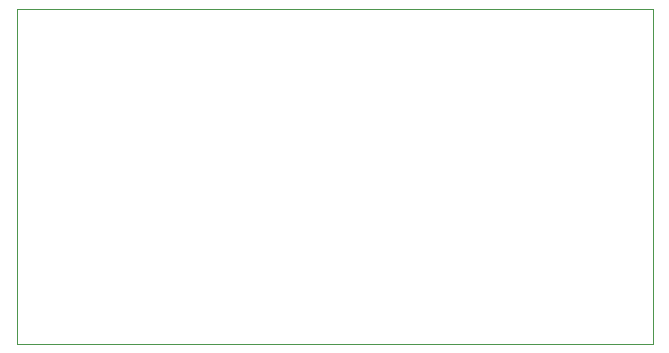
<source format=gbr>
%TF.GenerationSoftware,KiCad,Pcbnew,(6.99.0-5210-g1b15854da5)*%
%TF.CreationDate,2023-02-20T10:03:57+05:30*%
%TF.ProjectId,Prot_Circ,50726f74-5f43-4697-9263-2e6b69636164,rev?*%
%TF.SameCoordinates,Original*%
%TF.FileFunction,Profile,NP*%
%FSLAX46Y46*%
G04 Gerber Fmt 4.6, Leading zero omitted, Abs format (unit mm)*
G04 Created by KiCad (PCBNEW (6.99.0-5210-g1b15854da5)) date 2023-02-20 10:03:57*
%MOMM*%
%LPD*%
G01*
G04 APERTURE LIST*
%TA.AperFunction,Profile*%
%ADD10C,0.100000*%
%TD*%
G04 APERTURE END LIST*
D10*
X113665000Y-72923400D02*
X165328600Y-72923400D01*
X167563800Y-101295200D02*
X113665000Y-101295200D01*
X113665000Y-101295200D02*
X113665000Y-72923400D01*
X167563800Y-72923400D02*
X167563800Y-101295200D01*
X165328600Y-72923400D02*
X167563800Y-72923400D01*
M02*

</source>
